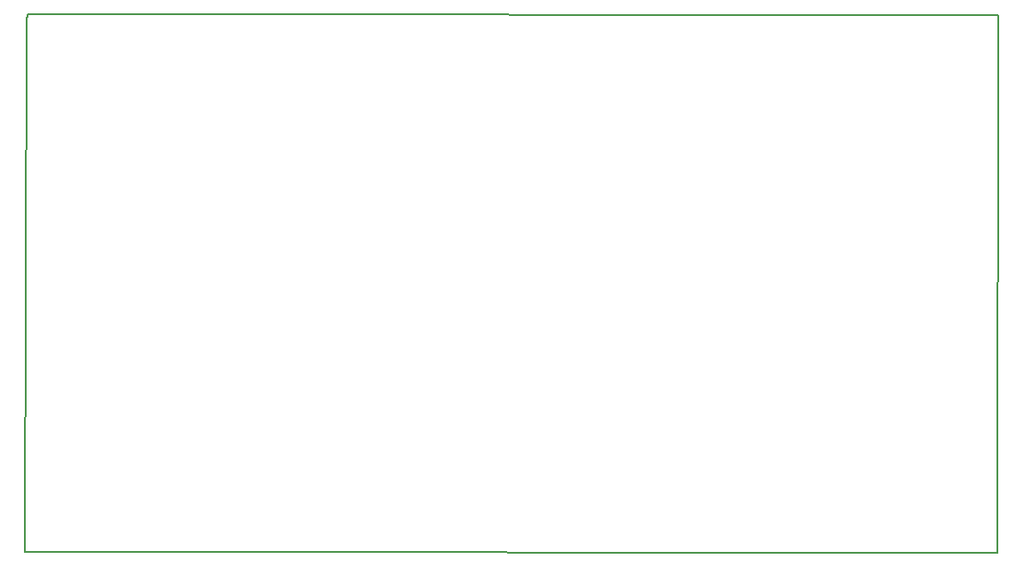
<source format=gbr>
G04 #@! TF.FileFunction,Profile,NP*
%FSLAX46Y46*%
G04 Gerber Fmt 4.6, Leading zero omitted, Abs format (unit mm)*
G04 Created by KiCad (PCBNEW 4.0.1-stable) date Saturday, December 10, 2016 'PMt' 11:33:21 PM*
%MOMM*%
G01*
G04 APERTURE LIST*
%ADD10C,0.100000*%
%ADD11C,0.150000*%
G04 APERTURE END LIST*
D10*
D11*
X40700000Y-72900000D02*
X40700000Y-73200000D01*
X133300000Y-73000000D02*
X40700000Y-72900000D01*
X133200000Y-124300000D02*
X133300000Y-73000000D01*
X40500000Y-124200000D02*
X133200000Y-124300000D01*
X40600000Y-73200000D02*
X40500000Y-124200000D01*
M02*

</source>
